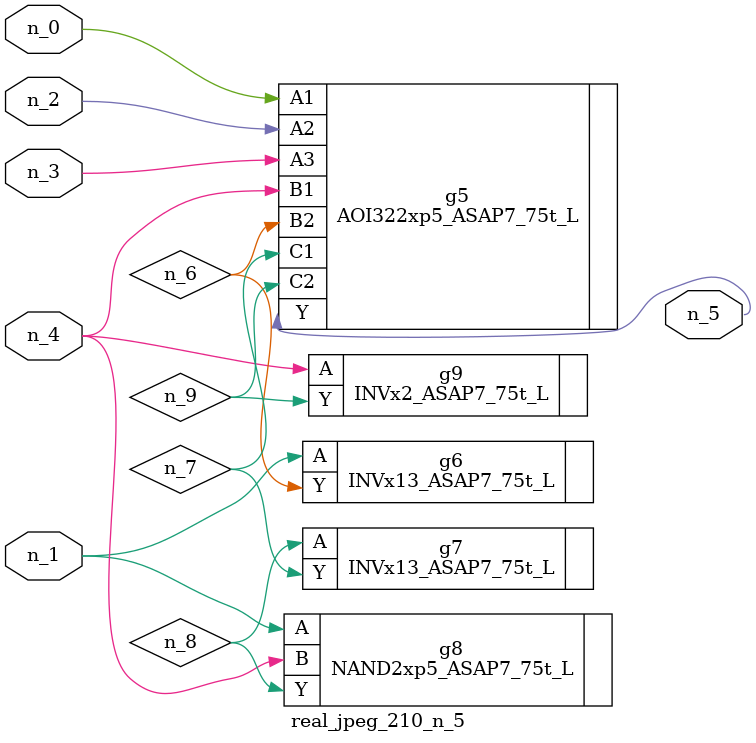
<source format=v>
module real_jpeg_210_n_5 (n_4, n_0, n_1, n_2, n_3, n_5);

input n_4;
input n_0;
input n_1;
input n_2;
input n_3;

output n_5;

wire n_8;
wire n_6;
wire n_7;
wire n_9;

AOI322xp5_ASAP7_75t_L g5 ( 
.A1(n_0),
.A2(n_2),
.A3(n_3),
.B1(n_4),
.B2(n_6),
.C1(n_7),
.C2(n_9),
.Y(n_5)
);

INVx13_ASAP7_75t_L g6 ( 
.A(n_1),
.Y(n_6)
);

NAND2xp5_ASAP7_75t_L g8 ( 
.A(n_1),
.B(n_4),
.Y(n_8)
);

INVx2_ASAP7_75t_L g9 ( 
.A(n_4),
.Y(n_9)
);

INVx13_ASAP7_75t_L g7 ( 
.A(n_8),
.Y(n_7)
);


endmodule
</source>
